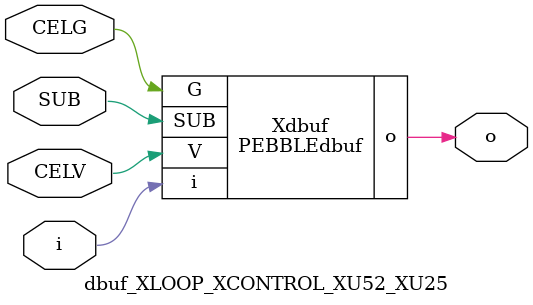
<source format=v>



module PEBBLEdbuf ( o, G, SUB, V, i );

  input V;
  input i;
  input G;
  output o;
  input SUB;
endmodule

//Celera Confidential Do Not Copy dbuf_XLOOP_XCONTROL_XU52_XU25
//Celera Confidential Symbol Generator
//Digital Buffer
module dbuf_XLOOP_XCONTROL_XU52_XU25 (CELV,CELG,i,o,SUB);
input CELV;
input CELG;
input i;
input SUB;
output o;

//Celera Confidential Do Not Copy dbuf
PEBBLEdbuf Xdbuf(
.V (CELV),
.i (i),
.o (o),
.SUB (SUB),
.G (CELG)
);
//,diesize,PEBBLEdbuf

//Celera Confidential Do Not Copy Module End
//Celera Schematic Generator
endmodule

</source>
